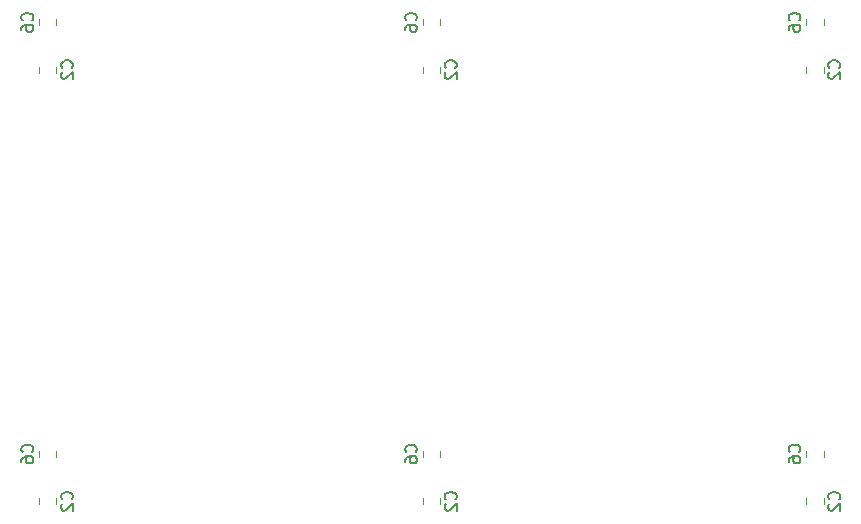
<source format=gbr>
%TF.GenerationSoftware,KiCad,Pcbnew,8.0.4*%
%TF.CreationDate,2024-08-17T22:53:07+02:00*%
%TF.ProjectId,,58585858-5858-4585-9858-585858585858,rev?*%
%TF.SameCoordinates,Original*%
%TF.FileFunction,Legend,Bot*%
%TF.FilePolarity,Positive*%
%FSLAX46Y46*%
G04 Gerber Fmt 4.6, Leading zero omitted, Abs format (unit mm)*
G04 Created by KiCad (PCBNEW 8.0.4) date 2024-08-17 22:53:07*
%MOMM*%
%LPD*%
G01*
G04 APERTURE LIST*
%ADD10C,0.150000*%
%ADD11C,0.120000*%
G04 APERTURE END LIST*
D10*
X147999580Y-83168333D02*
X148047200Y-83120714D01*
X148047200Y-83120714D02*
X148094819Y-82977857D01*
X148094819Y-82977857D02*
X148094819Y-82882619D01*
X148094819Y-82882619D02*
X148047200Y-82739762D01*
X148047200Y-82739762D02*
X147951961Y-82644524D01*
X147951961Y-82644524D02*
X147856723Y-82596905D01*
X147856723Y-82596905D02*
X147666247Y-82549286D01*
X147666247Y-82549286D02*
X147523390Y-82549286D01*
X147523390Y-82549286D02*
X147332914Y-82596905D01*
X147332914Y-82596905D02*
X147237676Y-82644524D01*
X147237676Y-82644524D02*
X147142438Y-82739762D01*
X147142438Y-82739762D02*
X147094819Y-82882619D01*
X147094819Y-82882619D02*
X147094819Y-82977857D01*
X147094819Y-82977857D02*
X147142438Y-83120714D01*
X147142438Y-83120714D02*
X147190057Y-83168333D01*
X147190057Y-83549286D02*
X147142438Y-83596905D01*
X147142438Y-83596905D02*
X147094819Y-83692143D01*
X147094819Y-83692143D02*
X147094819Y-83930238D01*
X147094819Y-83930238D02*
X147142438Y-84025476D01*
X147142438Y-84025476D02*
X147190057Y-84073095D01*
X147190057Y-84073095D02*
X147285295Y-84120714D01*
X147285295Y-84120714D02*
X147380533Y-84120714D01*
X147380533Y-84120714D02*
X147523390Y-84073095D01*
X147523390Y-84073095D02*
X148094819Y-83501667D01*
X148094819Y-83501667D02*
X148094819Y-84120714D01*
X112159580Y-42603333D02*
X112207200Y-42555714D01*
X112207200Y-42555714D02*
X112254819Y-42412857D01*
X112254819Y-42412857D02*
X112254819Y-42317619D01*
X112254819Y-42317619D02*
X112207200Y-42174762D01*
X112207200Y-42174762D02*
X112111961Y-42079524D01*
X112111961Y-42079524D02*
X112016723Y-42031905D01*
X112016723Y-42031905D02*
X111826247Y-41984286D01*
X111826247Y-41984286D02*
X111683390Y-41984286D01*
X111683390Y-41984286D02*
X111492914Y-42031905D01*
X111492914Y-42031905D02*
X111397676Y-42079524D01*
X111397676Y-42079524D02*
X111302438Y-42174762D01*
X111302438Y-42174762D02*
X111254819Y-42317619D01*
X111254819Y-42317619D02*
X111254819Y-42412857D01*
X111254819Y-42412857D02*
X111302438Y-42555714D01*
X111302438Y-42555714D02*
X111350057Y-42603333D01*
X111254819Y-43460476D02*
X111254819Y-43270000D01*
X111254819Y-43270000D02*
X111302438Y-43174762D01*
X111302438Y-43174762D02*
X111350057Y-43127143D01*
X111350057Y-43127143D02*
X111492914Y-43031905D01*
X111492914Y-43031905D02*
X111683390Y-42984286D01*
X111683390Y-42984286D02*
X112064342Y-42984286D01*
X112064342Y-42984286D02*
X112159580Y-43031905D01*
X112159580Y-43031905D02*
X112207200Y-43079524D01*
X112207200Y-43079524D02*
X112254819Y-43174762D01*
X112254819Y-43174762D02*
X112254819Y-43365238D01*
X112254819Y-43365238D02*
X112207200Y-43460476D01*
X112207200Y-43460476D02*
X112159580Y-43508095D01*
X112159580Y-43508095D02*
X112064342Y-43555714D01*
X112064342Y-43555714D02*
X111826247Y-43555714D01*
X111826247Y-43555714D02*
X111731009Y-43508095D01*
X111731009Y-43508095D02*
X111683390Y-43460476D01*
X111683390Y-43460476D02*
X111635771Y-43365238D01*
X111635771Y-43365238D02*
X111635771Y-43174762D01*
X111635771Y-43174762D02*
X111683390Y-43079524D01*
X111683390Y-43079524D02*
X111731009Y-43031905D01*
X111731009Y-43031905D02*
X111826247Y-42984286D01*
X180479580Y-83168333D02*
X180527200Y-83120714D01*
X180527200Y-83120714D02*
X180574819Y-82977857D01*
X180574819Y-82977857D02*
X180574819Y-82882619D01*
X180574819Y-82882619D02*
X180527200Y-82739762D01*
X180527200Y-82739762D02*
X180431961Y-82644524D01*
X180431961Y-82644524D02*
X180336723Y-82596905D01*
X180336723Y-82596905D02*
X180146247Y-82549286D01*
X180146247Y-82549286D02*
X180003390Y-82549286D01*
X180003390Y-82549286D02*
X179812914Y-82596905D01*
X179812914Y-82596905D02*
X179717676Y-82644524D01*
X179717676Y-82644524D02*
X179622438Y-82739762D01*
X179622438Y-82739762D02*
X179574819Y-82882619D01*
X179574819Y-82882619D02*
X179574819Y-82977857D01*
X179574819Y-82977857D02*
X179622438Y-83120714D01*
X179622438Y-83120714D02*
X179670057Y-83168333D01*
X179670057Y-83549286D02*
X179622438Y-83596905D01*
X179622438Y-83596905D02*
X179574819Y-83692143D01*
X179574819Y-83692143D02*
X179574819Y-83930238D01*
X179574819Y-83930238D02*
X179622438Y-84025476D01*
X179622438Y-84025476D02*
X179670057Y-84073095D01*
X179670057Y-84073095D02*
X179765295Y-84120714D01*
X179765295Y-84120714D02*
X179860533Y-84120714D01*
X179860533Y-84120714D02*
X180003390Y-84073095D01*
X180003390Y-84073095D02*
X180574819Y-83501667D01*
X180574819Y-83501667D02*
X180574819Y-84120714D01*
X177119580Y-42603333D02*
X177167200Y-42555714D01*
X177167200Y-42555714D02*
X177214819Y-42412857D01*
X177214819Y-42412857D02*
X177214819Y-42317619D01*
X177214819Y-42317619D02*
X177167200Y-42174762D01*
X177167200Y-42174762D02*
X177071961Y-42079524D01*
X177071961Y-42079524D02*
X176976723Y-42031905D01*
X176976723Y-42031905D02*
X176786247Y-41984286D01*
X176786247Y-41984286D02*
X176643390Y-41984286D01*
X176643390Y-41984286D02*
X176452914Y-42031905D01*
X176452914Y-42031905D02*
X176357676Y-42079524D01*
X176357676Y-42079524D02*
X176262438Y-42174762D01*
X176262438Y-42174762D02*
X176214819Y-42317619D01*
X176214819Y-42317619D02*
X176214819Y-42412857D01*
X176214819Y-42412857D02*
X176262438Y-42555714D01*
X176262438Y-42555714D02*
X176310057Y-42603333D01*
X176214819Y-43460476D02*
X176214819Y-43270000D01*
X176214819Y-43270000D02*
X176262438Y-43174762D01*
X176262438Y-43174762D02*
X176310057Y-43127143D01*
X176310057Y-43127143D02*
X176452914Y-43031905D01*
X176452914Y-43031905D02*
X176643390Y-42984286D01*
X176643390Y-42984286D02*
X177024342Y-42984286D01*
X177024342Y-42984286D02*
X177119580Y-43031905D01*
X177119580Y-43031905D02*
X177167200Y-43079524D01*
X177167200Y-43079524D02*
X177214819Y-43174762D01*
X177214819Y-43174762D02*
X177214819Y-43365238D01*
X177214819Y-43365238D02*
X177167200Y-43460476D01*
X177167200Y-43460476D02*
X177119580Y-43508095D01*
X177119580Y-43508095D02*
X177024342Y-43555714D01*
X177024342Y-43555714D02*
X176786247Y-43555714D01*
X176786247Y-43555714D02*
X176691009Y-43508095D01*
X176691009Y-43508095D02*
X176643390Y-43460476D01*
X176643390Y-43460476D02*
X176595771Y-43365238D01*
X176595771Y-43365238D02*
X176595771Y-43174762D01*
X176595771Y-43174762D02*
X176643390Y-43079524D01*
X176643390Y-43079524D02*
X176691009Y-43031905D01*
X176691009Y-43031905D02*
X176786247Y-42984286D01*
X112159580Y-79147333D02*
X112207200Y-79099714D01*
X112207200Y-79099714D02*
X112254819Y-78956857D01*
X112254819Y-78956857D02*
X112254819Y-78861619D01*
X112254819Y-78861619D02*
X112207200Y-78718762D01*
X112207200Y-78718762D02*
X112111961Y-78623524D01*
X112111961Y-78623524D02*
X112016723Y-78575905D01*
X112016723Y-78575905D02*
X111826247Y-78528286D01*
X111826247Y-78528286D02*
X111683390Y-78528286D01*
X111683390Y-78528286D02*
X111492914Y-78575905D01*
X111492914Y-78575905D02*
X111397676Y-78623524D01*
X111397676Y-78623524D02*
X111302438Y-78718762D01*
X111302438Y-78718762D02*
X111254819Y-78861619D01*
X111254819Y-78861619D02*
X111254819Y-78956857D01*
X111254819Y-78956857D02*
X111302438Y-79099714D01*
X111302438Y-79099714D02*
X111350057Y-79147333D01*
X111254819Y-80004476D02*
X111254819Y-79814000D01*
X111254819Y-79814000D02*
X111302438Y-79718762D01*
X111302438Y-79718762D02*
X111350057Y-79671143D01*
X111350057Y-79671143D02*
X111492914Y-79575905D01*
X111492914Y-79575905D02*
X111683390Y-79528286D01*
X111683390Y-79528286D02*
X112064342Y-79528286D01*
X112064342Y-79528286D02*
X112159580Y-79575905D01*
X112159580Y-79575905D02*
X112207200Y-79623524D01*
X112207200Y-79623524D02*
X112254819Y-79718762D01*
X112254819Y-79718762D02*
X112254819Y-79909238D01*
X112254819Y-79909238D02*
X112207200Y-80004476D01*
X112207200Y-80004476D02*
X112159580Y-80052095D01*
X112159580Y-80052095D02*
X112064342Y-80099714D01*
X112064342Y-80099714D02*
X111826247Y-80099714D01*
X111826247Y-80099714D02*
X111731009Y-80052095D01*
X111731009Y-80052095D02*
X111683390Y-80004476D01*
X111683390Y-80004476D02*
X111635771Y-79909238D01*
X111635771Y-79909238D02*
X111635771Y-79718762D01*
X111635771Y-79718762D02*
X111683390Y-79623524D01*
X111683390Y-79623524D02*
X111731009Y-79575905D01*
X111731009Y-79575905D02*
X111826247Y-79528286D01*
X144639580Y-79147333D02*
X144687200Y-79099714D01*
X144687200Y-79099714D02*
X144734819Y-78956857D01*
X144734819Y-78956857D02*
X144734819Y-78861619D01*
X144734819Y-78861619D02*
X144687200Y-78718762D01*
X144687200Y-78718762D02*
X144591961Y-78623524D01*
X144591961Y-78623524D02*
X144496723Y-78575905D01*
X144496723Y-78575905D02*
X144306247Y-78528286D01*
X144306247Y-78528286D02*
X144163390Y-78528286D01*
X144163390Y-78528286D02*
X143972914Y-78575905D01*
X143972914Y-78575905D02*
X143877676Y-78623524D01*
X143877676Y-78623524D02*
X143782438Y-78718762D01*
X143782438Y-78718762D02*
X143734819Y-78861619D01*
X143734819Y-78861619D02*
X143734819Y-78956857D01*
X143734819Y-78956857D02*
X143782438Y-79099714D01*
X143782438Y-79099714D02*
X143830057Y-79147333D01*
X143734819Y-80004476D02*
X143734819Y-79814000D01*
X143734819Y-79814000D02*
X143782438Y-79718762D01*
X143782438Y-79718762D02*
X143830057Y-79671143D01*
X143830057Y-79671143D02*
X143972914Y-79575905D01*
X143972914Y-79575905D02*
X144163390Y-79528286D01*
X144163390Y-79528286D02*
X144544342Y-79528286D01*
X144544342Y-79528286D02*
X144639580Y-79575905D01*
X144639580Y-79575905D02*
X144687200Y-79623524D01*
X144687200Y-79623524D02*
X144734819Y-79718762D01*
X144734819Y-79718762D02*
X144734819Y-79909238D01*
X144734819Y-79909238D02*
X144687200Y-80004476D01*
X144687200Y-80004476D02*
X144639580Y-80052095D01*
X144639580Y-80052095D02*
X144544342Y-80099714D01*
X144544342Y-80099714D02*
X144306247Y-80099714D01*
X144306247Y-80099714D02*
X144211009Y-80052095D01*
X144211009Y-80052095D02*
X144163390Y-80004476D01*
X144163390Y-80004476D02*
X144115771Y-79909238D01*
X144115771Y-79909238D02*
X144115771Y-79718762D01*
X144115771Y-79718762D02*
X144163390Y-79623524D01*
X144163390Y-79623524D02*
X144211009Y-79575905D01*
X144211009Y-79575905D02*
X144306247Y-79528286D01*
X144639580Y-42603333D02*
X144687200Y-42555714D01*
X144687200Y-42555714D02*
X144734819Y-42412857D01*
X144734819Y-42412857D02*
X144734819Y-42317619D01*
X144734819Y-42317619D02*
X144687200Y-42174762D01*
X144687200Y-42174762D02*
X144591961Y-42079524D01*
X144591961Y-42079524D02*
X144496723Y-42031905D01*
X144496723Y-42031905D02*
X144306247Y-41984286D01*
X144306247Y-41984286D02*
X144163390Y-41984286D01*
X144163390Y-41984286D02*
X143972914Y-42031905D01*
X143972914Y-42031905D02*
X143877676Y-42079524D01*
X143877676Y-42079524D02*
X143782438Y-42174762D01*
X143782438Y-42174762D02*
X143734819Y-42317619D01*
X143734819Y-42317619D02*
X143734819Y-42412857D01*
X143734819Y-42412857D02*
X143782438Y-42555714D01*
X143782438Y-42555714D02*
X143830057Y-42603333D01*
X143734819Y-43460476D02*
X143734819Y-43270000D01*
X143734819Y-43270000D02*
X143782438Y-43174762D01*
X143782438Y-43174762D02*
X143830057Y-43127143D01*
X143830057Y-43127143D02*
X143972914Y-43031905D01*
X143972914Y-43031905D02*
X144163390Y-42984286D01*
X144163390Y-42984286D02*
X144544342Y-42984286D01*
X144544342Y-42984286D02*
X144639580Y-43031905D01*
X144639580Y-43031905D02*
X144687200Y-43079524D01*
X144687200Y-43079524D02*
X144734819Y-43174762D01*
X144734819Y-43174762D02*
X144734819Y-43365238D01*
X144734819Y-43365238D02*
X144687200Y-43460476D01*
X144687200Y-43460476D02*
X144639580Y-43508095D01*
X144639580Y-43508095D02*
X144544342Y-43555714D01*
X144544342Y-43555714D02*
X144306247Y-43555714D01*
X144306247Y-43555714D02*
X144211009Y-43508095D01*
X144211009Y-43508095D02*
X144163390Y-43460476D01*
X144163390Y-43460476D02*
X144115771Y-43365238D01*
X144115771Y-43365238D02*
X144115771Y-43174762D01*
X144115771Y-43174762D02*
X144163390Y-43079524D01*
X144163390Y-43079524D02*
X144211009Y-43031905D01*
X144211009Y-43031905D02*
X144306247Y-42984286D01*
X180479580Y-46624333D02*
X180527200Y-46576714D01*
X180527200Y-46576714D02*
X180574819Y-46433857D01*
X180574819Y-46433857D02*
X180574819Y-46338619D01*
X180574819Y-46338619D02*
X180527200Y-46195762D01*
X180527200Y-46195762D02*
X180431961Y-46100524D01*
X180431961Y-46100524D02*
X180336723Y-46052905D01*
X180336723Y-46052905D02*
X180146247Y-46005286D01*
X180146247Y-46005286D02*
X180003390Y-46005286D01*
X180003390Y-46005286D02*
X179812914Y-46052905D01*
X179812914Y-46052905D02*
X179717676Y-46100524D01*
X179717676Y-46100524D02*
X179622438Y-46195762D01*
X179622438Y-46195762D02*
X179574819Y-46338619D01*
X179574819Y-46338619D02*
X179574819Y-46433857D01*
X179574819Y-46433857D02*
X179622438Y-46576714D01*
X179622438Y-46576714D02*
X179670057Y-46624333D01*
X179670057Y-47005286D02*
X179622438Y-47052905D01*
X179622438Y-47052905D02*
X179574819Y-47148143D01*
X179574819Y-47148143D02*
X179574819Y-47386238D01*
X179574819Y-47386238D02*
X179622438Y-47481476D01*
X179622438Y-47481476D02*
X179670057Y-47529095D01*
X179670057Y-47529095D02*
X179765295Y-47576714D01*
X179765295Y-47576714D02*
X179860533Y-47576714D01*
X179860533Y-47576714D02*
X180003390Y-47529095D01*
X180003390Y-47529095D02*
X180574819Y-46957667D01*
X180574819Y-46957667D02*
X180574819Y-47576714D01*
X177119580Y-79147333D02*
X177167200Y-79099714D01*
X177167200Y-79099714D02*
X177214819Y-78956857D01*
X177214819Y-78956857D02*
X177214819Y-78861619D01*
X177214819Y-78861619D02*
X177167200Y-78718762D01*
X177167200Y-78718762D02*
X177071961Y-78623524D01*
X177071961Y-78623524D02*
X176976723Y-78575905D01*
X176976723Y-78575905D02*
X176786247Y-78528286D01*
X176786247Y-78528286D02*
X176643390Y-78528286D01*
X176643390Y-78528286D02*
X176452914Y-78575905D01*
X176452914Y-78575905D02*
X176357676Y-78623524D01*
X176357676Y-78623524D02*
X176262438Y-78718762D01*
X176262438Y-78718762D02*
X176214819Y-78861619D01*
X176214819Y-78861619D02*
X176214819Y-78956857D01*
X176214819Y-78956857D02*
X176262438Y-79099714D01*
X176262438Y-79099714D02*
X176310057Y-79147333D01*
X176214819Y-80004476D02*
X176214819Y-79814000D01*
X176214819Y-79814000D02*
X176262438Y-79718762D01*
X176262438Y-79718762D02*
X176310057Y-79671143D01*
X176310057Y-79671143D02*
X176452914Y-79575905D01*
X176452914Y-79575905D02*
X176643390Y-79528286D01*
X176643390Y-79528286D02*
X177024342Y-79528286D01*
X177024342Y-79528286D02*
X177119580Y-79575905D01*
X177119580Y-79575905D02*
X177167200Y-79623524D01*
X177167200Y-79623524D02*
X177214819Y-79718762D01*
X177214819Y-79718762D02*
X177214819Y-79909238D01*
X177214819Y-79909238D02*
X177167200Y-80004476D01*
X177167200Y-80004476D02*
X177119580Y-80052095D01*
X177119580Y-80052095D02*
X177024342Y-80099714D01*
X177024342Y-80099714D02*
X176786247Y-80099714D01*
X176786247Y-80099714D02*
X176691009Y-80052095D01*
X176691009Y-80052095D02*
X176643390Y-80004476D01*
X176643390Y-80004476D02*
X176595771Y-79909238D01*
X176595771Y-79909238D02*
X176595771Y-79718762D01*
X176595771Y-79718762D02*
X176643390Y-79623524D01*
X176643390Y-79623524D02*
X176691009Y-79575905D01*
X176691009Y-79575905D02*
X176786247Y-79528286D01*
X115519580Y-83168333D02*
X115567200Y-83120714D01*
X115567200Y-83120714D02*
X115614819Y-82977857D01*
X115614819Y-82977857D02*
X115614819Y-82882619D01*
X115614819Y-82882619D02*
X115567200Y-82739762D01*
X115567200Y-82739762D02*
X115471961Y-82644524D01*
X115471961Y-82644524D02*
X115376723Y-82596905D01*
X115376723Y-82596905D02*
X115186247Y-82549286D01*
X115186247Y-82549286D02*
X115043390Y-82549286D01*
X115043390Y-82549286D02*
X114852914Y-82596905D01*
X114852914Y-82596905D02*
X114757676Y-82644524D01*
X114757676Y-82644524D02*
X114662438Y-82739762D01*
X114662438Y-82739762D02*
X114614819Y-82882619D01*
X114614819Y-82882619D02*
X114614819Y-82977857D01*
X114614819Y-82977857D02*
X114662438Y-83120714D01*
X114662438Y-83120714D02*
X114710057Y-83168333D01*
X114710057Y-83549286D02*
X114662438Y-83596905D01*
X114662438Y-83596905D02*
X114614819Y-83692143D01*
X114614819Y-83692143D02*
X114614819Y-83930238D01*
X114614819Y-83930238D02*
X114662438Y-84025476D01*
X114662438Y-84025476D02*
X114710057Y-84073095D01*
X114710057Y-84073095D02*
X114805295Y-84120714D01*
X114805295Y-84120714D02*
X114900533Y-84120714D01*
X114900533Y-84120714D02*
X115043390Y-84073095D01*
X115043390Y-84073095D02*
X115614819Y-83501667D01*
X115614819Y-83501667D02*
X115614819Y-84120714D01*
X115519580Y-46624333D02*
X115567200Y-46576714D01*
X115567200Y-46576714D02*
X115614819Y-46433857D01*
X115614819Y-46433857D02*
X115614819Y-46338619D01*
X115614819Y-46338619D02*
X115567200Y-46195762D01*
X115567200Y-46195762D02*
X115471961Y-46100524D01*
X115471961Y-46100524D02*
X115376723Y-46052905D01*
X115376723Y-46052905D02*
X115186247Y-46005286D01*
X115186247Y-46005286D02*
X115043390Y-46005286D01*
X115043390Y-46005286D02*
X114852914Y-46052905D01*
X114852914Y-46052905D02*
X114757676Y-46100524D01*
X114757676Y-46100524D02*
X114662438Y-46195762D01*
X114662438Y-46195762D02*
X114614819Y-46338619D01*
X114614819Y-46338619D02*
X114614819Y-46433857D01*
X114614819Y-46433857D02*
X114662438Y-46576714D01*
X114662438Y-46576714D02*
X114710057Y-46624333D01*
X114710057Y-47005286D02*
X114662438Y-47052905D01*
X114662438Y-47052905D02*
X114614819Y-47148143D01*
X114614819Y-47148143D02*
X114614819Y-47386238D01*
X114614819Y-47386238D02*
X114662438Y-47481476D01*
X114662438Y-47481476D02*
X114710057Y-47529095D01*
X114710057Y-47529095D02*
X114805295Y-47576714D01*
X114805295Y-47576714D02*
X114900533Y-47576714D01*
X114900533Y-47576714D02*
X115043390Y-47529095D01*
X115043390Y-47529095D02*
X115614819Y-46957667D01*
X115614819Y-46957667D02*
X115614819Y-47576714D01*
X147999580Y-46624333D02*
X148047200Y-46576714D01*
X148047200Y-46576714D02*
X148094819Y-46433857D01*
X148094819Y-46433857D02*
X148094819Y-46338619D01*
X148094819Y-46338619D02*
X148047200Y-46195762D01*
X148047200Y-46195762D02*
X147951961Y-46100524D01*
X147951961Y-46100524D02*
X147856723Y-46052905D01*
X147856723Y-46052905D02*
X147666247Y-46005286D01*
X147666247Y-46005286D02*
X147523390Y-46005286D01*
X147523390Y-46005286D02*
X147332914Y-46052905D01*
X147332914Y-46052905D02*
X147237676Y-46100524D01*
X147237676Y-46100524D02*
X147142438Y-46195762D01*
X147142438Y-46195762D02*
X147094819Y-46338619D01*
X147094819Y-46338619D02*
X147094819Y-46433857D01*
X147094819Y-46433857D02*
X147142438Y-46576714D01*
X147142438Y-46576714D02*
X147190057Y-46624333D01*
X147190057Y-47005286D02*
X147142438Y-47052905D01*
X147142438Y-47052905D02*
X147094819Y-47148143D01*
X147094819Y-47148143D02*
X147094819Y-47386238D01*
X147094819Y-47386238D02*
X147142438Y-47481476D01*
X147142438Y-47481476D02*
X147190057Y-47529095D01*
X147190057Y-47529095D02*
X147285295Y-47576714D01*
X147285295Y-47576714D02*
X147380533Y-47576714D01*
X147380533Y-47576714D02*
X147523390Y-47529095D01*
X147523390Y-47529095D02*
X148094819Y-46957667D01*
X148094819Y-46957667D02*
X148094819Y-47576714D01*
D11*
%TO.C,C2*%
X145225000Y-83073748D02*
X145225000Y-83596252D01*
X146695000Y-83073748D02*
X146695000Y-83596252D01*
%TO.C,C6*%
X112745000Y-43031252D02*
X112745000Y-42508748D01*
X114215000Y-43031252D02*
X114215000Y-42508748D01*
%TO.C,C2*%
X177705000Y-83073748D02*
X177705000Y-83596252D01*
X179175000Y-83073748D02*
X179175000Y-83596252D01*
%TO.C,C6*%
X177705000Y-43031252D02*
X177705000Y-42508748D01*
X179175000Y-43031252D02*
X179175000Y-42508748D01*
X112745000Y-79575252D02*
X112745000Y-79052748D01*
X114215000Y-79575252D02*
X114215000Y-79052748D01*
X145225000Y-79575252D02*
X145225000Y-79052748D01*
X146695000Y-79575252D02*
X146695000Y-79052748D01*
X145225000Y-43031252D02*
X145225000Y-42508748D01*
X146695000Y-43031252D02*
X146695000Y-42508748D01*
%TO.C,C2*%
X177705000Y-46529748D02*
X177705000Y-47052252D01*
X179175000Y-46529748D02*
X179175000Y-47052252D01*
%TO.C,C6*%
X177705000Y-79575252D02*
X177705000Y-79052748D01*
X179175000Y-79575252D02*
X179175000Y-79052748D01*
%TO.C,C2*%
X112745000Y-83073748D02*
X112745000Y-83596252D01*
X114215000Y-83073748D02*
X114215000Y-83596252D01*
X112745000Y-46529748D02*
X112745000Y-47052252D01*
X114215000Y-46529748D02*
X114215000Y-47052252D01*
X145225000Y-46529748D02*
X145225000Y-47052252D01*
X146695000Y-46529748D02*
X146695000Y-47052252D01*
%TD*%
M02*

</source>
